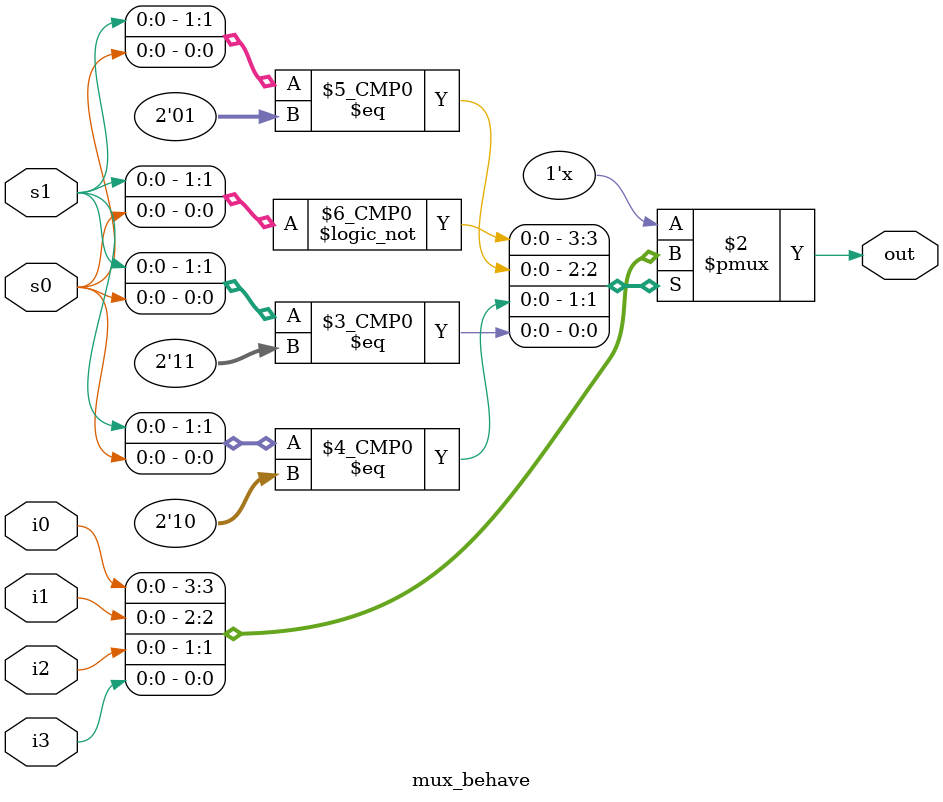
<source format=v>
module mux_behave(out, i0, i1, i2, i3, s1, s0);
  output reg out;
  input i0, i1, i2, i3, s1, s0;
  
  always @(*)
    case ({s1, s0})
      2'b00: out = i0;
      2'b01: out = i1;
      2'b10: out = i2;
      2'b11: out = i3;
      default: out = 1'bx;
    endcase
endmodule

</source>
